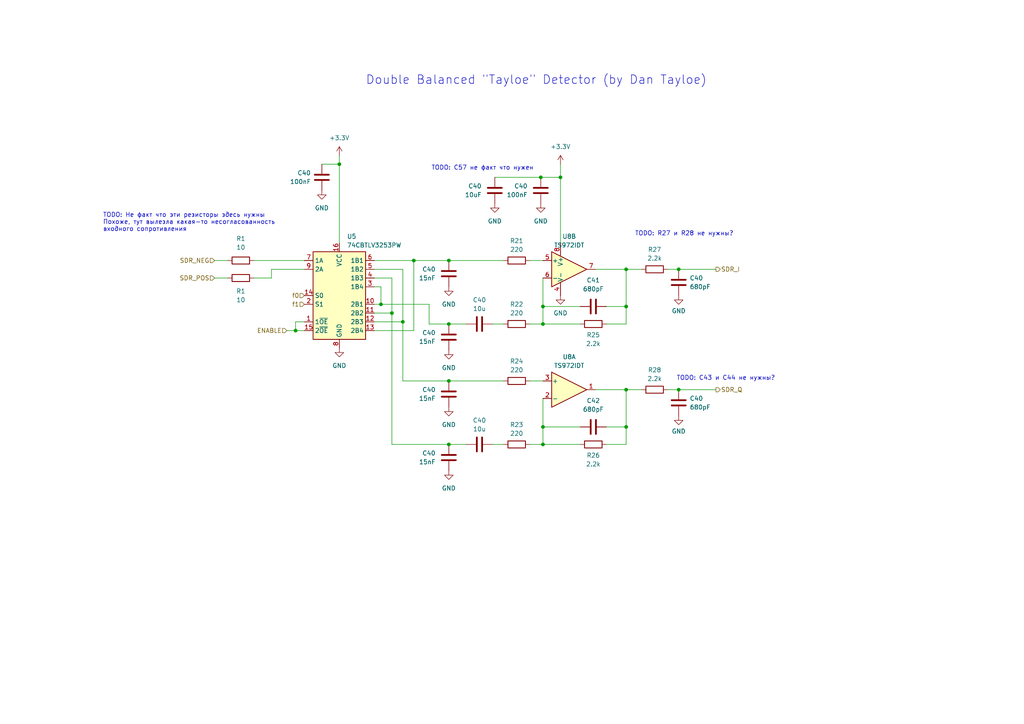
<source format=kicad_sch>
(kicad_sch (version 20230121) (generator eeschema)
  (paper "A4")
  (title_block (title "Balanced quadrature sampling detector (QSD)"))
  (lib_symbols
    (symbol "Amplifier_Operational:TSV912IDT" (pin_names (offset 0.127))
      (property "Reference" "U" (at 0 5.08 0))
      (property "Value" "TSV912IDT" (at 0 -5.08 0))
      (symbol "TSV912IDT_1_1"
        (polyline (pts (xy -5.08 5.08) (xy 5.08 0) (xy -5.08 -5.08) (xy -5.08 5.08)) (stroke (width 0.254)) (fill (type background)))
        (pin output line (at 7.62 0 180) (length 2.54) (name "~") (number "1"))
        (pin input line (at -7.62 -2.54 0) (length 2.54) (name "-") (number "2"))
        (pin input line (at -7.62 2.54 0) (length 2.54) (name "+") (number "3"))
      )
      (symbol "TSV912IDT_2_1"
        (polyline (pts (xy -5.08 5.08) (xy 5.08 0) (xy -5.08 -5.08) (xy -5.08 5.08)) (stroke (width 0.254)) (fill (type background)))
        (pin input line (at -7.62 2.54 0) (length 2.54) (name "+") (number "5"))
        (pin input line (at -7.62 -2.54 0) (length 2.54) (name "-") (number "6"))
        (pin output line (at 7.62 0 180) (length 2.54) (name "~") (number "7"))
      )
      (symbol "TSV912IDT_3_1"
        (pin power_in line (at -2.54 -7.62 90) (length 3.81) (name "V-") (number "4"))
        (pin power_in line (at -2.54 7.62 270) (length 3.81) (name "V+") (number "8"))
      )
    )
    (symbol "Analog_Switch:SN74CBT3253"
      (property "Reference" "U" (at -7.62 13.97 0))
      (property "Value" "SN74CBT3253" (at -11.43 -13.97 0))
      (symbol "SN74CBT3253_0_1"
        (rectangle (start -7.62 12.7) (end 7.62 -12.7) (stroke (width 0.254)) (fill (type background)))
        (rectangle (start 7.62 -12.7) (end 7.62 -12.7))
      )
      (symbol "SN74CBT3253_1_1"
        (pin input line (at -10.16 -7.62 0) (length 2.54) (name "1~{OE}") (number "1"))
        (pin bidirectional line (at 10.16 -2.54 180) (length 2.54) (name "2B1") (number "10"))
        (pin bidirectional line (at 10.16 -5.08 180) (length 2.54) (name "2B2") (number "11"))
        (pin bidirectional line (at 10.16 -7.62 180) (length 2.54) (name "2B3") (number "12"))
        (pin bidirectional line (at 10.16 -10.16 180) (length 2.54) (name "2B4") (number "13"))
        (pin input line (at -10.16 0 0) (length 2.54) (name "S0") (number "14"))
        (pin input line (at -10.16 -10.16 0) (length 2.54) (name "2~{OE}") (number "15"))
        (pin power_in line (at 0 15.24 270) (length 2.54) (name "VCC") (number "16"))
        (pin input line (at -10.16 -2.54 0) (length 2.54) (name "S1") (number "2"))
        (pin bidirectional line (at 10.16 2.54 180) (length 2.54) (name "1B4") (number "3"))
        (pin bidirectional line (at 10.16 5.08 180) (length 2.54) (name "1B3") (number "4"))
        (pin bidirectional line (at 10.16 7.62 180) (length 2.54) (name "1B2") (number "5"))
        (pin bidirectional line (at 10.16 10.16 180) (length 2.54) (name "1B1") (number "6"))
        (pin bidirectional line (at -10.16 10.16 0) (length 2.54) (name "1A") (number "7"))
        (pin power_in line (at 0 -15.24 90) (length 2.54) (name "GND") (number "8"))
        (pin bidirectional line (at -10.16 7.62 0) (length 2.54) (name "2A") (number "9"))
      )
    )
    (symbol "Device:C" (pin_numbers hide) (pin_names (offset 0.254))
      (property "Reference" "C" (at 0.635 2.54 0))
      (property "Value" "C" (at 0.635 -2.54 0))
      (symbol "C_0_1"
        (polyline (pts (xy -2.032 -0.762) (xy 2.032 -0.762)) (stroke (width 0.508)))
        (polyline (pts (xy -2.032 0.762) (xy 2.032 0.762)) (stroke (width 0.508)))
      )
      (symbol "C_1_1"
        (pin passive line (at 0 3.81 270) (length 2.794) (name "~") (number "1"))
        (pin passive line (at 0 -3.81 90) (length 2.794) (name "~") (number "2"))
      )
    )
    (symbol "Device:R" (pin_numbers hide) (pin_names (offset 0))
      (property "Reference" "R" (at 2.032 0 90))
      (property "Value" "R" (at 0 0 90))
      (symbol "R_0_1"
        (rectangle (start -1.016 -2.54) (end 1.016 2.54) (stroke (width 0.254)))
      )
      (symbol "R_1_1"
        (pin passive line (at 0 3.81 270) (length 1.27) (name "~") (number "1"))
        (pin passive line (at 0 -3.81 90) (length 1.27) (name "~") (number "2"))
      )
    )
    (symbol "power:+3.3V" (power) (pin_names (offset 0))
      (property "Value" "+3.3V" (at 0 3.556 0))
      (symbol "+3.3V_0_1"
        (polyline (pts (xy -0.762 1.27) (xy 0 2.54)))
        (polyline (pts (xy 0 0) (xy 0 2.54)))
        (polyline (pts (xy 0 2.54) (xy 0.762 1.27)))
      )
      (symbol "+3.3V_1_1"
        (pin power_in line (at 0 0 90) (length 0) hide (name "+3.3V") (number "1"))
      )
    )
    (symbol "power:GND" (power) (pin_names (offset 0))
      (property "Value" "GND" (at 0 -3.81 0))
      (symbol "GND_0_1"
        (polyline (pts (xy 0 0) (xy 0 -1.27) (xy 1.27 -1.27) (xy 0 -2.54) (xy -1.27 -1.27) (xy 0 -1.27)))
      )
      (symbol "GND_1_1"
        (pin power_in line (at 0 0 270) (length 0) hide (name "GND") (number "1"))
      )
    )
  )
  (junction (at 120.015 75.565))
  (junction (at 130.175 110.49))
  (junction (at 181.61 113.03))
  (junction (at 181.61 123.825))
  (junction (at 196.85 113.03))
  (junction (at 113.665 90.805))
  (junction (at 157.48 88.9))
  (junction (at 130.175 128.905))
  (junction (at 116.84 93.345))
  (junction (at 181.61 88.9))
  (junction (at 181.61 78.105))
  (junction (at 196.85 78.105))
  (junction (at 162.56 51.435))
  (junction (at 130.175 75.565))
  (junction (at 130.175 93.98))
  (junction (at 110.49 88.265))
  (junction (at 157.48 93.98))
  (junction (at 157.48 123.825))
  (junction (at 157.48 128.905))
  (junction (at 156.845 51.435))
  (junction (at 98.425 47.625))
  (junction (at 85.725 95.885))
  (wire (pts (xy 66.04 75.565) (xy 62.23 75.565)))
  (wire (pts (xy 157.48 115.57) (xy 157.48 123.825)))
  (wire (pts (xy 175.895 123.825) (xy 181.61 123.825)))
  (wire (pts (xy 130.175 110.49) (xy 146.05 110.49)))
  (wire (pts (xy 116.84 78.105) (xy 108.585 78.105)))
  (wire (pts (xy 116.84 110.49) (xy 130.175 110.49)))
  (wire (pts (xy 85.725 95.885) (xy 83.185 95.885)))
  (wire (pts (xy 98.425 47.625) (xy 98.425 70.485)))
  (wire (pts (xy 157.48 88.9) (xy 157.48 93.98)))
  (wire (pts (xy 78.74 80.645) (xy 73.66 80.645)))
  (wire (pts (xy 78.74 78.105) (xy 78.74 80.645)))
  (wire (pts (xy 130.175 75.565) (xy 146.05 75.565)))
  (wire (pts (xy 130.175 93.98) (xy 135.255 93.98)))
  (wire (pts (xy 157.48 123.825) (xy 157.48 128.905)))
  (wire (pts (xy 113.665 80.645) (xy 108.585 80.645)))
  (wire (pts (xy 120.015 75.565) (xy 120.015 95.885)))
  (wire (pts (xy 98.425 45.085) (xy 98.425 47.625)))
  (wire (pts (xy 108.585 95.885) (xy 120.015 95.885)))
  (wire (pts (xy 181.61 113.03) (xy 172.72 113.03)))
  (wire (pts (xy 124.46 88.265) (xy 124.46 93.98)))
  (wire (pts (xy 181.61 78.105) (xy 181.61 88.9)))
  (wire (pts (xy 162.56 51.435) (xy 162.56 70.485)))
  (wire (pts (xy 153.67 93.98) (xy 157.48 93.98)))
  (wire (pts (xy 88.265 78.105) (xy 78.74 78.105)))
  (wire (pts (xy 196.85 78.105) (xy 207.645 78.105)))
  (wire (pts (xy 143.51 51.435) (xy 156.845 51.435)))
  (wire (pts (xy 162.56 47.625) (xy 162.56 51.435)))
  (wire (pts (xy 175.895 88.9) (xy 181.61 88.9)))
  (wire (pts (xy 110.49 83.185) (xy 110.49 88.265)))
  (wire (pts (xy 85.725 95.885) (xy 88.265 95.885)))
  (wire (pts (xy 116.84 93.345) (xy 116.84 110.49)))
  (wire (pts (xy 130.175 128.905) (xy 135.255 128.905)))
  (wire (pts (xy 157.48 123.825) (xy 168.275 123.825)))
  (wire (pts (xy 113.665 128.905) (xy 130.175 128.905)))
  (wire (pts (xy 181.61 113.03) (xy 186.055 113.03)))
  (wire (pts (xy 156.845 51.435) (xy 162.56 51.435)))
  (wire (pts (xy 108.585 75.565) (xy 120.015 75.565)))
  (wire (pts (xy 157.48 128.905) (xy 168.275 128.905)))
  (wire (pts (xy 181.61 128.905) (xy 175.895 128.905)))
  (wire (pts (xy 157.48 88.9) (xy 168.275 88.9)))
  (wire (pts (xy 142.875 128.905) (xy 146.05 128.905)))
  (wire (pts (xy 110.49 88.265) (xy 124.46 88.265)))
  (wire (pts (xy 66.04 80.645) (xy 62.23 80.645)))
  (wire (pts (xy 157.48 93.98) (xy 168.275 93.98)))
  (wire (pts (xy 113.665 90.805) (xy 113.665 128.905)))
  (wire (pts (xy 124.46 93.98) (xy 130.175 93.98)))
  (wire (pts (xy 108.585 93.345) (xy 116.84 93.345)))
  (wire (pts (xy 108.585 88.265) (xy 110.49 88.265)))
  (wire (pts (xy 193.675 78.105) (xy 196.85 78.105)))
  (wire (pts (xy 181.61 88.9) (xy 181.61 93.98)))
  (wire (pts (xy 196.85 113.03) (xy 207.645 113.03)))
  (wire (pts (xy 110.49 83.185) (xy 108.585 83.185)))
  (wire (pts (xy 120.015 75.565) (xy 130.175 75.565)))
  (wire (pts (xy 73.66 75.565) (xy 88.265 75.565)))
  (wire (pts (xy 108.585 90.805) (xy 113.665 90.805)))
  (wire (pts (xy 85.725 93.345) (xy 88.265 93.345)))
  (wire (pts (xy 113.665 90.805) (xy 113.665 80.645)))
  (wire (pts (xy 181.61 93.98) (xy 175.895 93.98)))
  (wire (pts (xy 181.61 78.105) (xy 186.055 78.105)))
  (wire (pts (xy 116.84 93.345) (xy 116.84 78.105)))
  (wire (pts (xy 193.675 113.03) (xy 196.85 113.03)))
  (wire (pts (xy 153.67 75.565) (xy 157.48 75.565)))
  (wire (pts (xy 181.61 78.105) (xy 172.72 78.105)))
  (wire (pts (xy 98.425 47.625) (xy 93.345 47.625)))
  (wire (pts (xy 157.48 80.645) (xy 157.48 88.9)))
  (wire (pts (xy 153.67 110.49) (xy 157.48 110.49)))
  (wire (pts (xy 142.875 93.98) (xy 146.05 93.98)))
  (wire (pts (xy 85.725 93.345) (xy 85.725 95.885)))
  (wire (pts (xy 153.67 128.905) (xy 157.48 128.905)))
  (wire (pts (xy 181.61 113.03) (xy 181.61 123.825)))
  (wire (pts (xy 181.61 123.825) (xy 181.61 128.905)))
  (text "TODO: C57 не факт что нужен" (at 125.095 49.53 0) (effects (font (size 1.27 1.27)) (justify left bottom)))
  (text "Double Balanced \"Tayloe\" Detector (by Dan Tayloe)" (at 106.045 24.765 0) (effects (font (size 2.5 2.5)) (justify left bottom)))
  (text "TODO: Не факт что эти резисторы здесь нужны\nПохоже, тут вылезла какая-то несогласованность\nвходного сопротивления" (at 29.845 67.31 0) (effects (font (size 1.27 1.27)) (justify left bottom)))
  (text "TODO: R27 и R28 не нужны?" (at 184.15 68.58 0) (effects (font (size 1.27 1.27)) (justify left bottom)))
  (text "TODO: C43 и C44 не нужны?" (at 196.215 110.49 0) (effects (font (size 1.27 1.27)) (justify left bottom)))
  (hierarchical_label "f0" (shape input) (at 88.265 85.725 180))
  (hierarchical_label "SDR_Q" (shape output) (at 207.645 113.03 0))
  (hierarchical_label "SDR_POS" (shape input) (at 62.23 80.645 180))
  (hierarchical_label "f1" (shape input) (at 88.265 88.265 180))
  (hierarchical_label "SDR_I" (shape output) (at 207.645 78.105 0))
  (hierarchical_label "ENABLE" (shape input) (at 83.185 95.885 180))
  (hierarchical_label "SDR_NEG" (shape input) (at 62.23 75.565 180))
  (symbol (lib_id "Device:C") (at 172.085 88.9 90) (unit 1)
    (property "Reference" "C41" (at 172.085 81.28 90))
    (property "Value" "680pF" (at 172.085 83.82 90))
  )
  (symbol (lib_id "Analog_Switch:SN74CBT3253") (at 98.425 85.725 0) (unit 1)
    (property "Reference" "U5" (at 100.6191 68.58 0) (effects (justify left)))
    (property "Value" "74CBTLV3253PW" (at 100.6191 71.12 0) (effects (justify left)))
    (property "Datasheet" "https://assets.nexperia.com/documents/data-sheet/74CBTLV3253_Q100.pdf" (effects hide))
    (instances (project "main" (path "" (reference "U5") (unit 1)) (path "" (reference "U6") (unit 1)) (path "" (reference "U5") (unit 1))))
  )
  (symbol (lib_id "power:GND") (at 130.175 136.525 0) (mirror y) (unit 1)
    (property "Reference" "#PWR022" (effects hide))
    (property "Value" "GND" (at 130.175 141.605 0))
    (instances (project "main" (path "" (reference "#PWR022") (unit 1)) (path "" (reference "#PWR027") (unit 1)) (path "" (reference "#PWR068") (unit 1)) (path "" (reference "#PWR077") (unit 1)) (path "" (reference "#PWR092") (unit 1))))
  )
  (symbol (lib_id "Device:R") (at 189.865 113.03 90) (unit 1)
    (property "Reference" "R28" (at 189.865 107.315 90))
    (property "Value" "2.2k" (at 189.865 109.855 90))
  )
  (symbol (lib_id "Device:C") (at 196.85 81.915 0) (unit 1)
    (property "Reference" "C40" (at 200.025 80.645 0) (effects (justify left)))
    (property "Value" "680pF" (at 200.025 83.185 0) (effects (justify left)))
    (instances (project "main" (path "" (reference "C40") (unit 1)) (path "" (reference "C55") (unit 1)) (path "" (reference "C43") (unit 1))))
  )
  (symbol (lib_id "Device:R") (at 149.86 93.98 90) (unit 1)
    (property "Reference" "R22" (at 149.86 88.265 90))
    (property "Value" "220" (at 149.86 90.805 90))
  )
  (symbol (lib_id "Device:C") (at 172.085 123.825 90) (unit 1)
    (property "Reference" "C42" (at 172.085 116.205 90))
    (property "Value" "680pF" (at 172.085 118.745 90))
  )
  (symbol (lib_id "Device:C") (at 139.065 128.905 90) (mirror x) (unit 1)
    (property "Reference" "C40" (at 139.065 121.92 90))
    (property "Value" "10u" (at 139.065 124.46 90))
    (instances (project "main" (path "" (reference "C40") (unit 1)) (path "" (reference "C55") (unit 1)) (path "" (reference "C23") (unit 1))))
  )
  (symbol (lib_id "Device:C") (at 196.85 116.84 0) (unit 1)
    (property "Reference" "C40" (at 200.025 115.57 0) (effects (justify left)))
    (property "Value" "680pF" (at 200.025 118.11 0) (effects (justify left)))
    (instances (project "main" (path "" (reference "C40") (unit 1)) (path "" (reference "C55") (unit 1)) (path "" (reference "C44") (unit 1))))
  )
  (symbol (lib_id "Amplifier_Operational:TSV912IDT") (at 165.1 78.105 0) (unit 2)
    (property "Reference" "U8" (at 165.1 68.58 0))
    (property "Value" "TS972IDT" (at 165.1 71.12 0))
    (property "Footprint" "Package_SO:SO-8_5.3x6.2mm_P1.27mm" (effects hide))
  )
  (symbol (lib_id "power:GND") (at 162.56 85.725 0) (mirror y) (unit 1)
    (property "Reference" "#PWR022" (effects hide))
    (property "Value" "GND" (at 162.56 90.805 0))
    (instances (project "main" (path "" (reference "#PWR022") (unit 1)) (path "" (reference "#PWR027") (unit 1)) (path "" (reference "#PWR068") (unit 1)) (path "" (reference "#PWR077") (unit 1)) (path "" (reference "#PWR085") (unit 1))))
  )
  (symbol (lib_id "Device:C") (at 139.065 93.98 90) (mirror x) (unit 1)
    (property "Reference" "C40" (at 139.065 86.995 90))
    (property "Value" "10u" (at 139.065 89.535 90))
    (instances (project "main" (path "" (reference "C40") (unit 1)) (path "" (reference "C55") (unit 1)) (path "" (reference "C60") (unit 1))))
  )
  (symbol (lib_id "power:GND") (at 130.175 83.185 0) (mirror y) (unit 1)
    (property "Reference" "#PWR022" (effects hide))
    (property "Value" "GND" (at 130.175 88.265 0))
    (instances (project "main" (path "" (reference "#PWR022") (unit 1)) (path "" (reference "#PWR027") (unit 1)) (path "" (reference "#PWR068") (unit 1)) (path "" (reference "#PWR077") (unit 1)) (path "" (reference "#PWR089") (unit 1))))
  )
  (symbol (lib_id "power:+3.3V") (at 162.56 47.625 0) (mirror y) (unit 1)
    (property "Reference" "#PWR066" (effects hide))
    (property "Value" "+3.3V" (at 162.56 42.545 0))
    (instances (project "main" (path "" (reference "#PWR066") (unit 1)) (path "" (reference "#PWR075") (unit 1)) (path "" (reference "#PWR084") (unit 1))))
  )
  (symbol (lib_id "Device:C") (at 130.175 114.3 0) (mirror y) (unit 1)
    (property "Reference" "C40" (at 126.365 113.03 0) (effects (justify left)))
    (property "Value" "15nF" (at 126.365 115.57 0) (effects (justify left)))
    (instances (project "main" (path "" (reference "C40") (unit 1)) (path "" (reference "C55") (unit 1)) (path "" (reference "C39") (unit 1))))
  )
  (symbol (lib_id "Device:R") (at 69.85 80.645 90) (mirror x) (unit 1)
    (property "Reference" "R1" (at 69.85 84.455 90))
    (property "Value" "10" (at 69.85 86.995 90))
    (instances (project "main" (path "" (reference "R1") (unit 1)) (path "" (reference "R4") (unit 1)) (path "" (reference "R20") (unit 1)) (path "" (reference "R34") (unit 1)) (path "" (reference "R20") (unit 1))))
  )
  (symbol (lib_id "Device:R") (at 149.86 75.565 90) (unit 1)
    (property "Reference" "R21" (at 149.86 69.85 90))
    (property "Value" "220" (at 149.86 72.39 90))
  )
  (symbol (lib_id "Device:C") (at 143.51 55.245 0) (mirror y) (unit 1)
    (property "Reference" "C40" (at 139.7 53.975 0) (effects (justify left)))
    (property "Value" "10uF" (at 139.7 56.515 0) (effects (justify left)))
    (instances (project "main" (path "" (reference "C40") (unit 1)) (path "" (reference "C55") (unit 1)) (path "" (reference "C57") (unit 1))))
  )
  (symbol (lib_id "power:GND") (at 98.425 100.965 0) (unit 1)
    (property "Reference" "#PWR022" (effects hide))
    (property "Value" "GND" (at 98.425 106.045 0))
    (instances (project "main" (path "" (reference "#PWR022") (unit 1)) (path "" (reference "#PWR027") (unit 1)) (path "" (reference "#PWR067") (unit 1)) (path "" (reference "#PWR076") (unit 1)) (path "" (reference "#PWR082") (unit 1))))
  )
  (symbol (lib_id "Device:C") (at 130.175 79.375 0) (mirror y) (unit 1)
    (property "Reference" "C40" (at 126.365 78.105 0) (effects (justify left)))
    (property "Value" "15nF" (at 126.365 80.645 0) (effects (justify left)))
    (instances (project "main" (path "" (reference "C40") (unit 1)) (path "" (reference "C55") (unit 1)) (path "" (reference "C37") (unit 1))))
  )
  (symbol (lib_id "Device:C") (at 93.345 51.435 0) (mirror y) (unit 1)
    (property "Reference" "C40" (at 90.17 50.165 0) (effects (justify left)))
    (property "Value" "100nF" (at 90.17 52.705 0) (effects (justify left)))
    (instances (project "main" (path "" (reference "C40") (unit 1)) (path "" (reference "C55") (unit 1)) (path "" (reference "C56") (unit 1))))
  )
  (symbol (lib_id "Amplifier_Operational:TSV912IDT") (at 165.1 78.105 0) (unit 3)
    (property "Reference" "U8" (effects hide))
    (property "Value" "TS972IDT" (effects hide))
    (property "Footprint" "Package_SO:SO-8_5.3x6.2mm_P1.27mm" (effects hide))
  )
  (symbol (lib_id "power:+3.3V") (at 98.425 45.085 0) (mirror y) (unit 1)
    (property "Reference" "#PWR066" (effects hide))
    (property "Value" "+3.3V" (at 98.425 40.005 0))
    (instances (project "main" (path "" (reference "#PWR066") (unit 1)) (path "" (reference "#PWR075") (unit 1)) (path "" (reference "#PWR081") (unit 1))))
  )
  (symbol (lib_id "Device:R") (at 149.86 110.49 90) (unit 1)
    (property "Reference" "R24" (at 149.86 104.775 90))
    (property "Value" "220" (at 149.86 107.315 90))
  )
  (symbol (lib_id "Device:R") (at 172.085 128.905 90) (mirror x) (unit 1)
    (property "Reference" "R26" (at 172.085 132.08 90))
    (property "Value" "2.2k" (at 172.085 134.62 90))
  )
  (symbol (lib_id "Device:C") (at 130.175 97.79 0) (mirror y) (unit 1)
    (property "Reference" "C40" (at 126.365 96.52 0) (effects (justify left)))
    (property "Value" "15nF" (at 126.365 99.06 0) (effects (justify left)))
    (instances (project "main" (path "" (reference "C40") (unit 1)) (path "" (reference "C55") (unit 1)) (path "" (reference "C38") (unit 1))))
  )
  (symbol (lib_id "power:GND") (at 196.85 85.725 0) (mirror y) (unit 1)
    (property "Reference" "#PWR022" (effects hide))
    (property "Value" "GND" (at 196.85 90.17 0))
    (instances (project "main" (path "" (reference "#PWR022") (unit 1)) (path "" (reference "#PWR027") (unit 1)) (path "" (reference "#PWR068") (unit 1)) (path "" (reference "#PWR077") (unit 1)) (path "" (reference "#PWR088") (unit 1))))
  )
  (symbol (lib_id "power:GND") (at 93.345 55.245 0) (mirror y) (unit 1)
    (property "Reference" "#PWR022" (effects hide))
    (property "Value" "GND" (at 93.345 60.325 0))
    (instances (project "main" (path "" (reference "#PWR022") (unit 1)) (path "" (reference "#PWR027") (unit 1)) (path "" (reference "#PWR068") (unit 1)) (path "" (reference "#PWR077") (unit 1)) (path "" (reference "#PWR083") (unit 1))))
  )
  (symbol (lib_id "power:GND") (at 196.85 120.65 0) (mirror y) (unit 1)
    (property "Reference" "#PWR022" (effects hide))
    (property "Value" "GND" (at 196.85 125.095 0))
    (instances (project "main" (path "" (reference "#PWR022") (unit 1)) (path "" (reference "#PWR027") (unit 1)) (path "" (reference "#PWR068") (unit 1)) (path "" (reference "#PWR077") (unit 1)) (path "" (reference "#PWR090") (unit 1))))
  )
  (symbol (lib_id "Device:C") (at 130.175 132.715 0) (mirror y) (unit 1)
    (property "Reference" "C40" (at 126.365 131.445 0) (effects (justify left)))
    (property "Value" "15nF" (at 126.365 133.985 0) (effects (justify left)))
    (instances (project "main" (path "" (reference "C40") (unit 1)) (path "" (reference "C55") (unit 1)) (path "" (reference "C40") (unit 1))))
  )
  (symbol (lib_id "Amplifier_Operational:TSV912IDT") (at 165.1 113.03 0) (unit 1)
    (property "Reference" "U8" (at 165.1 103.505 0))
    (property "Value" "TS972IDT" (at 165.1 106.045 0))
    (property "Footprint" "Package_SO:SO-8_5.3x6.2mm_P1.27mm" (effects hide))
  )
  (symbol (lib_id "power:GND") (at 143.51 59.055 0) (mirror y) (unit 1)
    (property "Reference" "#PWR022" (effects hide))
    (property "Value" "GND" (at 143.51 64.135 0))
    (instances (project "main" (path "" (reference "#PWR022") (unit 1)) (path "" (reference "#PWR027") (unit 1)) (path "" (reference "#PWR068") (unit 1)) (path "" (reference "#PWR077") (unit 1)) (path "" (reference "#PWR087") (unit 1))))
  )
  (symbol (lib_id "power:GND") (at 130.175 118.11 0) (mirror y) (unit 1)
    (property "Reference" "#PWR022" (effects hide))
    (property "Value" "GND" (at 130.175 123.19 0))
    (instances (project "main" (path "" (reference "#PWR022") (unit 1)) (path "" (reference "#PWR027") (unit 1)) (path "" (reference "#PWR068") (unit 1)) (path "" (reference "#PWR077") (unit 1)) (path "" (reference "#PWR091") (unit 1))))
  )
  (symbol (lib_id "Device:R") (at 189.865 78.105 90) (unit 1)
    (property "Reference" "R27" (at 189.865 72.39 90))
    (property "Value" "2.2k" (at 189.865 74.93 90))
  )
  (symbol (lib_id "power:GND") (at 130.175 101.6 0) (mirror y) (unit 1)
    (property "Reference" "#PWR022" (effects hide))
    (property "Value" "GND" (at 130.175 106.68 0))
    (instances (project "main" (path "" (reference "#PWR022") (unit 1)) (path "" (reference "#PWR027") (unit 1)) (path "" (reference "#PWR068") (unit 1)) (path "" (reference "#PWR077") (unit 1)) (path "" (reference "#PWR093") (unit 1))))
  )
  (symbol (lib_id "Device:C") (at 156.845 55.245 0) (mirror y) (unit 1)
    (property "Reference" "C40" (at 153.035 53.975 0) (effects (justify left)))
    (property "Value" "100nF" (at 153.035 56.515 0) (effects (justify left)))
    (instances (project "main" (path "" (reference "C40") (unit 1)) (path "" (reference "C55") (unit 1)) (path "" (reference "C58") (unit 1))))
  )
  (symbol (lib_id "power:GND") (at 156.845 59.055 0) (mirror y) (unit 1)
    (property "Reference" "#PWR022" (effects hide))
    (property "Value" "GND" (at 156.845 64.135 0))
    (instances (project "main" (path "" (reference "#PWR022") (unit 1)) (path "" (reference "#PWR027") (unit 1)) (path "" (reference "#PWR068") (unit 1)) (path "" (reference "#PWR077") (unit 1)) (path "" (reference "#PWR086") (unit 1))))
  )
  (symbol (lib_id "Device:R") (at 69.85 75.565 90) (unit 1)
    (property "Reference" "R1" (at 69.85 69.215 90))
    (property "Value" "10" (at 69.85 71.755 90))
    (instances (project "main" (path "" (reference "R1") (unit 1)) (path "" (reference "R4") (unit 1)) (path "" (reference "R19") (unit 1)) (path "" (reference "R33") (unit 1)) (path "" (reference "R19") (unit 1))))
  )
  (symbol (lib_id "Device:R") (at 149.86 128.905 90) (unit 1)
    (property "Reference" "R23" (at 149.86 123.19 90))
    (property "Value" "220" (at 149.86 125.73 90))
  )
  (symbol (lib_id "Device:R") (at 172.085 93.98 90) (mirror x) (unit 1)
    (property "Reference" "R25" (at 172.085 97.155 90))
    (property "Value" "2.2k" (at 172.085 99.695 90))
  )
)
</source>
